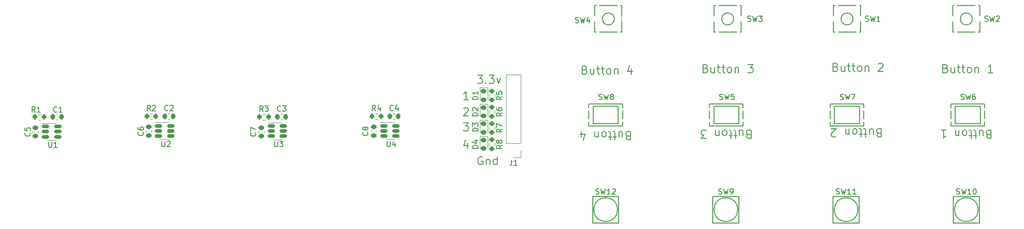
<source format=gto>
%TF.GenerationSoftware,KiCad,Pcbnew,(6.0.2)*%
%TF.CreationDate,2023-03-26T00:57:02-07:00*%
%TF.ProjectId,cap-sensors-1-ch-dome-switches,6361702d-7365-46e7-936f-72732d312d63,rev?*%
%TF.SameCoordinates,Original*%
%TF.FileFunction,Legend,Top*%
%TF.FilePolarity,Positive*%
%FSLAX46Y46*%
G04 Gerber Fmt 4.6, Leading zero omitted, Abs format (unit mm)*
G04 Created by KiCad (PCBNEW (6.0.2)) date 2023-03-26 00:57:02*
%MOMM*%
%LPD*%
G01*
G04 APERTURE LIST*
G04 Aperture macros list*
%AMRoundRect*
0 Rectangle with rounded corners*
0 $1 Rounding radius*
0 $2 $3 $4 $5 $6 $7 $8 $9 X,Y pos of 4 corners*
0 Add a 4 corners polygon primitive as box body*
4,1,4,$2,$3,$4,$5,$6,$7,$8,$9,$2,$3,0*
0 Add four circle primitives for the rounded corners*
1,1,$1+$1,$2,$3*
1,1,$1+$1,$4,$5*
1,1,$1+$1,$6,$7*
1,1,$1+$1,$8,$9*
0 Add four rect primitives between the rounded corners*
20,1,$1+$1,$2,$3,$4,$5,0*
20,1,$1+$1,$4,$5,$6,$7,0*
20,1,$1+$1,$6,$7,$8,$9,0*
20,1,$1+$1,$8,$9,$2,$3,0*%
G04 Aperture macros list end*
%ADD10C,0.150000*%
%ADD11C,0.120000*%
%ADD12R,0.800000X0.600000*%
%ADD13R,1.000000X0.500000*%
%ADD14RoundRect,0.225000X0.225000X0.250000X-0.225000X0.250000X-0.225000X-0.250000X0.225000X-0.250000X0*%
%ADD15RoundRect,0.150000X-0.512500X-0.150000X0.512500X-0.150000X0.512500X0.150000X-0.512500X0.150000X0*%
%ADD16R,0.450000X1.000000*%
%ADD17R,0.600000X1.000000*%
%ADD18RoundRect,0.200000X-0.275000X0.200000X-0.275000X-0.200000X0.275000X-0.200000X0.275000X0.200000X0*%
%ADD19RoundRect,0.200000X0.200000X0.275000X-0.200000X0.275000X-0.200000X-0.275000X0.200000X-0.275000X0*%
%ADD20R,1.700000X1.700000*%
%ADD21O,1.700000X1.700000*%
%ADD22RoundRect,0.218750X-0.256250X0.218750X-0.256250X-0.218750X0.256250X-0.218750X0.256250X0.218750X0*%
%ADD23RoundRect,0.225000X0.250000X-0.225000X0.250000X0.225000X-0.250000X0.225000X-0.250000X-0.225000X0*%
G04 APERTURE END LIST*
D10*
X126178571Y-101642857D02*
X126392857Y-101714285D01*
X126464285Y-101785714D01*
X126535714Y-101928571D01*
X126535714Y-102142857D01*
X126464285Y-102285714D01*
X126392857Y-102357142D01*
X126250000Y-102428571D01*
X125678571Y-102428571D01*
X125678571Y-100928571D01*
X126178571Y-100928571D01*
X126321428Y-101000000D01*
X126392857Y-101071428D01*
X126464285Y-101214285D01*
X126464285Y-101357142D01*
X126392857Y-101500000D01*
X126321428Y-101571428D01*
X126178571Y-101642857D01*
X125678571Y-101642857D01*
X127821428Y-101428571D02*
X127821428Y-102428571D01*
X127178571Y-101428571D02*
X127178571Y-102214285D01*
X127250000Y-102357142D01*
X127392857Y-102428571D01*
X127607142Y-102428571D01*
X127750000Y-102357142D01*
X127821428Y-102285714D01*
X128321428Y-101428571D02*
X128892857Y-101428571D01*
X128535714Y-100928571D02*
X128535714Y-102214285D01*
X128607142Y-102357142D01*
X128750000Y-102428571D01*
X128892857Y-102428571D01*
X129178571Y-101428571D02*
X129750000Y-101428571D01*
X129392857Y-100928571D02*
X129392857Y-102214285D01*
X129464285Y-102357142D01*
X129607142Y-102428571D01*
X129750000Y-102428571D01*
X130464285Y-102428571D02*
X130321428Y-102357142D01*
X130250000Y-102285714D01*
X130178571Y-102142857D01*
X130178571Y-101714285D01*
X130250000Y-101571428D01*
X130321428Y-101500000D01*
X130464285Y-101428571D01*
X130678571Y-101428571D01*
X130821428Y-101500000D01*
X130892857Y-101571428D01*
X130964285Y-101714285D01*
X130964285Y-102142857D01*
X130892857Y-102285714D01*
X130821428Y-102357142D01*
X130678571Y-102428571D01*
X130464285Y-102428571D01*
X131607142Y-101428571D02*
X131607142Y-102428571D01*
X131607142Y-101571428D02*
X131678571Y-101500000D01*
X131821428Y-101428571D01*
X132035714Y-101428571D01*
X132178571Y-101500000D01*
X132250000Y-101642857D01*
X132250000Y-102428571D01*
X134750000Y-101428571D02*
X134750000Y-102428571D01*
X134392857Y-100857142D02*
X134035714Y-101928571D01*
X134964285Y-101928571D01*
X148428571Y-101392857D02*
X148642857Y-101464285D01*
X148714285Y-101535714D01*
X148785714Y-101678571D01*
X148785714Y-101892857D01*
X148714285Y-102035714D01*
X148642857Y-102107142D01*
X148500000Y-102178571D01*
X147928571Y-102178571D01*
X147928571Y-100678571D01*
X148428571Y-100678571D01*
X148571428Y-100750000D01*
X148642857Y-100821428D01*
X148714285Y-100964285D01*
X148714285Y-101107142D01*
X148642857Y-101250000D01*
X148571428Y-101321428D01*
X148428571Y-101392857D01*
X147928571Y-101392857D01*
X150071428Y-101178571D02*
X150071428Y-102178571D01*
X149428571Y-101178571D02*
X149428571Y-101964285D01*
X149500000Y-102107142D01*
X149642857Y-102178571D01*
X149857142Y-102178571D01*
X150000000Y-102107142D01*
X150071428Y-102035714D01*
X150571428Y-101178571D02*
X151142857Y-101178571D01*
X150785714Y-100678571D02*
X150785714Y-101964285D01*
X150857142Y-102107142D01*
X151000000Y-102178571D01*
X151142857Y-102178571D01*
X151428571Y-101178571D02*
X152000000Y-101178571D01*
X151642857Y-100678571D02*
X151642857Y-101964285D01*
X151714285Y-102107142D01*
X151857142Y-102178571D01*
X152000000Y-102178571D01*
X152714285Y-102178571D02*
X152571428Y-102107142D01*
X152500000Y-102035714D01*
X152428571Y-101892857D01*
X152428571Y-101464285D01*
X152500000Y-101321428D01*
X152571428Y-101250000D01*
X152714285Y-101178571D01*
X152928571Y-101178571D01*
X153071428Y-101250000D01*
X153142857Y-101321428D01*
X153214285Y-101464285D01*
X153214285Y-101892857D01*
X153142857Y-102035714D01*
X153071428Y-102107142D01*
X152928571Y-102178571D01*
X152714285Y-102178571D01*
X153857142Y-101178571D02*
X153857142Y-102178571D01*
X153857142Y-101321428D02*
X153928571Y-101250000D01*
X154071428Y-101178571D01*
X154285714Y-101178571D01*
X154428571Y-101250000D01*
X154500000Y-101392857D01*
X154500000Y-102178571D01*
X156214285Y-100678571D02*
X157142857Y-100678571D01*
X156642857Y-101250000D01*
X156857142Y-101250000D01*
X157000000Y-101321428D01*
X157071428Y-101392857D01*
X157142857Y-101535714D01*
X157142857Y-101892857D01*
X157071428Y-102035714D01*
X157000000Y-102107142D01*
X156857142Y-102178571D01*
X156428571Y-102178571D01*
X156285714Y-102107142D01*
X156214285Y-102035714D01*
X192678571Y-101392857D02*
X192892857Y-101464285D01*
X192964285Y-101535714D01*
X193035714Y-101678571D01*
X193035714Y-101892857D01*
X192964285Y-102035714D01*
X192892857Y-102107142D01*
X192750000Y-102178571D01*
X192178571Y-102178571D01*
X192178571Y-100678571D01*
X192678571Y-100678571D01*
X192821428Y-100750000D01*
X192892857Y-100821428D01*
X192964285Y-100964285D01*
X192964285Y-101107142D01*
X192892857Y-101250000D01*
X192821428Y-101321428D01*
X192678571Y-101392857D01*
X192178571Y-101392857D01*
X194321428Y-101178571D02*
X194321428Y-102178571D01*
X193678571Y-101178571D02*
X193678571Y-101964285D01*
X193750000Y-102107142D01*
X193892857Y-102178571D01*
X194107142Y-102178571D01*
X194250000Y-102107142D01*
X194321428Y-102035714D01*
X194821428Y-101178571D02*
X195392857Y-101178571D01*
X195035714Y-100678571D02*
X195035714Y-101964285D01*
X195107142Y-102107142D01*
X195250000Y-102178571D01*
X195392857Y-102178571D01*
X195678571Y-101178571D02*
X196250000Y-101178571D01*
X195892857Y-100678571D02*
X195892857Y-101964285D01*
X195964285Y-102107142D01*
X196107142Y-102178571D01*
X196250000Y-102178571D01*
X196964285Y-102178571D02*
X196821428Y-102107142D01*
X196750000Y-102035714D01*
X196678571Y-101892857D01*
X196678571Y-101464285D01*
X196750000Y-101321428D01*
X196821428Y-101250000D01*
X196964285Y-101178571D01*
X197178571Y-101178571D01*
X197321428Y-101250000D01*
X197392857Y-101321428D01*
X197464285Y-101464285D01*
X197464285Y-101892857D01*
X197392857Y-102035714D01*
X197321428Y-102107142D01*
X197178571Y-102178571D01*
X196964285Y-102178571D01*
X198107142Y-101178571D02*
X198107142Y-102178571D01*
X198107142Y-101321428D02*
X198178571Y-101250000D01*
X198321428Y-101178571D01*
X198535714Y-101178571D01*
X198678571Y-101250000D01*
X198750000Y-101392857D01*
X198750000Y-102178571D01*
X201392857Y-102178571D02*
X200535714Y-102178571D01*
X200964285Y-102178571D02*
X200964285Y-100678571D01*
X200821428Y-100892857D01*
X200678571Y-101035714D01*
X200535714Y-101107142D01*
X172428571Y-101142857D02*
X172642857Y-101214285D01*
X172714285Y-101285714D01*
X172785714Y-101428571D01*
X172785714Y-101642857D01*
X172714285Y-101785714D01*
X172642857Y-101857142D01*
X172500000Y-101928571D01*
X171928571Y-101928571D01*
X171928571Y-100428571D01*
X172428571Y-100428571D01*
X172571428Y-100500000D01*
X172642857Y-100571428D01*
X172714285Y-100714285D01*
X172714285Y-100857142D01*
X172642857Y-101000000D01*
X172571428Y-101071428D01*
X172428571Y-101142857D01*
X171928571Y-101142857D01*
X174071428Y-100928571D02*
X174071428Y-101928571D01*
X173428571Y-100928571D02*
X173428571Y-101714285D01*
X173500000Y-101857142D01*
X173642857Y-101928571D01*
X173857142Y-101928571D01*
X174000000Y-101857142D01*
X174071428Y-101785714D01*
X174571428Y-100928571D02*
X175142857Y-100928571D01*
X174785714Y-100428571D02*
X174785714Y-101714285D01*
X174857142Y-101857142D01*
X175000000Y-101928571D01*
X175142857Y-101928571D01*
X175428571Y-100928571D02*
X176000000Y-100928571D01*
X175642857Y-100428571D02*
X175642857Y-101714285D01*
X175714285Y-101857142D01*
X175857142Y-101928571D01*
X176000000Y-101928571D01*
X176714285Y-101928571D02*
X176571428Y-101857142D01*
X176500000Y-101785714D01*
X176428571Y-101642857D01*
X176428571Y-101214285D01*
X176500000Y-101071428D01*
X176571428Y-101000000D01*
X176714285Y-100928571D01*
X176928571Y-100928571D01*
X177071428Y-101000000D01*
X177142857Y-101071428D01*
X177214285Y-101214285D01*
X177214285Y-101642857D01*
X177142857Y-101785714D01*
X177071428Y-101857142D01*
X176928571Y-101928571D01*
X176714285Y-101928571D01*
X177857142Y-100928571D02*
X177857142Y-101928571D01*
X177857142Y-101071428D02*
X177928571Y-101000000D01*
X178071428Y-100928571D01*
X178285714Y-100928571D01*
X178428571Y-101000000D01*
X178500000Y-101142857D01*
X178500000Y-101928571D01*
X180285714Y-100571428D02*
X180357142Y-100500000D01*
X180500000Y-100428571D01*
X180857142Y-100428571D01*
X181000000Y-100500000D01*
X181071428Y-100571428D01*
X181142857Y-100714285D01*
X181142857Y-100857142D01*
X181071428Y-101071428D01*
X180214285Y-101928571D01*
X181142857Y-101928571D01*
X107285714Y-117750000D02*
X107142857Y-117678571D01*
X106928571Y-117678571D01*
X106714285Y-117750000D01*
X106571428Y-117892857D01*
X106500000Y-118035714D01*
X106428571Y-118321428D01*
X106428571Y-118535714D01*
X106500000Y-118821428D01*
X106571428Y-118964285D01*
X106714285Y-119107142D01*
X106928571Y-119178571D01*
X107071428Y-119178571D01*
X107285714Y-119107142D01*
X107357142Y-119035714D01*
X107357142Y-118535714D01*
X107071428Y-118535714D01*
X108000000Y-118178571D02*
X108000000Y-119178571D01*
X108000000Y-118321428D02*
X108071428Y-118250000D01*
X108214285Y-118178571D01*
X108428571Y-118178571D01*
X108571428Y-118250000D01*
X108642857Y-118392857D01*
X108642857Y-119178571D01*
X110000000Y-119178571D02*
X110000000Y-117678571D01*
X110000000Y-119107142D02*
X109857142Y-119178571D01*
X109571428Y-119178571D01*
X109428571Y-119107142D01*
X109357142Y-119035714D01*
X109285714Y-118892857D01*
X109285714Y-118464285D01*
X109357142Y-118321428D01*
X109428571Y-118250000D01*
X109571428Y-118178571D01*
X109857142Y-118178571D01*
X110000000Y-118250000D01*
X106357142Y-102678571D02*
X107285714Y-102678571D01*
X106785714Y-103250000D01*
X107000000Y-103250000D01*
X107142857Y-103321428D01*
X107214285Y-103392857D01*
X107285714Y-103535714D01*
X107285714Y-103892857D01*
X107214285Y-104035714D01*
X107142857Y-104107142D01*
X107000000Y-104178571D01*
X106571428Y-104178571D01*
X106428571Y-104107142D01*
X106357142Y-104035714D01*
X107928571Y-104035714D02*
X108000000Y-104107142D01*
X107928571Y-104178571D01*
X107857142Y-104107142D01*
X107928571Y-104035714D01*
X107928571Y-104178571D01*
X108500000Y-102678571D02*
X109428571Y-102678571D01*
X108928571Y-103250000D01*
X109142857Y-103250000D01*
X109285714Y-103321428D01*
X109357142Y-103392857D01*
X109428571Y-103535714D01*
X109428571Y-103892857D01*
X109357142Y-104035714D01*
X109285714Y-104107142D01*
X109142857Y-104178571D01*
X108714285Y-104178571D01*
X108571428Y-104107142D01*
X108500000Y-104035714D01*
X109928571Y-103178571D02*
X110285714Y-104178571D01*
X110642857Y-103178571D01*
X134071428Y-113857142D02*
X133857142Y-113785714D01*
X133785714Y-113714285D01*
X133714285Y-113571428D01*
X133714285Y-113357142D01*
X133785714Y-113214285D01*
X133857142Y-113142857D01*
X134000000Y-113071428D01*
X134571428Y-113071428D01*
X134571428Y-114571428D01*
X134071428Y-114571428D01*
X133928571Y-114500000D01*
X133857142Y-114428571D01*
X133785714Y-114285714D01*
X133785714Y-114142857D01*
X133857142Y-114000000D01*
X133928571Y-113928571D01*
X134071428Y-113857142D01*
X134571428Y-113857142D01*
X132428571Y-114071428D02*
X132428571Y-113071428D01*
X133071428Y-114071428D02*
X133071428Y-113285714D01*
X133000000Y-113142857D01*
X132857142Y-113071428D01*
X132642857Y-113071428D01*
X132500000Y-113142857D01*
X132428571Y-113214285D01*
X131928571Y-114071428D02*
X131357142Y-114071428D01*
X131714285Y-114571428D02*
X131714285Y-113285714D01*
X131642857Y-113142857D01*
X131500000Y-113071428D01*
X131357142Y-113071428D01*
X131071428Y-114071428D02*
X130500000Y-114071428D01*
X130857142Y-114571428D02*
X130857142Y-113285714D01*
X130785714Y-113142857D01*
X130642857Y-113071428D01*
X130500000Y-113071428D01*
X129785714Y-113071428D02*
X129928571Y-113142857D01*
X130000000Y-113214285D01*
X130071428Y-113357142D01*
X130071428Y-113785714D01*
X130000000Y-113928571D01*
X129928571Y-114000000D01*
X129785714Y-114071428D01*
X129571428Y-114071428D01*
X129428571Y-114000000D01*
X129357142Y-113928571D01*
X129285714Y-113785714D01*
X129285714Y-113357142D01*
X129357142Y-113214285D01*
X129428571Y-113142857D01*
X129571428Y-113071428D01*
X129785714Y-113071428D01*
X128642857Y-114071428D02*
X128642857Y-113071428D01*
X128642857Y-113928571D02*
X128571428Y-114000000D01*
X128428571Y-114071428D01*
X128214285Y-114071428D01*
X128071428Y-114000000D01*
X128000000Y-113857142D01*
X128000000Y-113071428D01*
X125500000Y-114071428D02*
X125500000Y-113071428D01*
X125857142Y-114642857D02*
X126214285Y-113571428D01*
X125285714Y-113571428D01*
X156321428Y-113607142D02*
X156107142Y-113535714D01*
X156035714Y-113464285D01*
X155964285Y-113321428D01*
X155964285Y-113107142D01*
X156035714Y-112964285D01*
X156107142Y-112892857D01*
X156250000Y-112821428D01*
X156821428Y-112821428D01*
X156821428Y-114321428D01*
X156321428Y-114321428D01*
X156178571Y-114250000D01*
X156107142Y-114178571D01*
X156035714Y-114035714D01*
X156035714Y-113892857D01*
X156107142Y-113750000D01*
X156178571Y-113678571D01*
X156321428Y-113607142D01*
X156821428Y-113607142D01*
X154678571Y-113821428D02*
X154678571Y-112821428D01*
X155321428Y-113821428D02*
X155321428Y-113035714D01*
X155250000Y-112892857D01*
X155107142Y-112821428D01*
X154892857Y-112821428D01*
X154750000Y-112892857D01*
X154678571Y-112964285D01*
X154178571Y-113821428D02*
X153607142Y-113821428D01*
X153964285Y-114321428D02*
X153964285Y-113035714D01*
X153892857Y-112892857D01*
X153750000Y-112821428D01*
X153607142Y-112821428D01*
X153321428Y-113821428D02*
X152750000Y-113821428D01*
X153107142Y-114321428D02*
X153107142Y-113035714D01*
X153035714Y-112892857D01*
X152892857Y-112821428D01*
X152750000Y-112821428D01*
X152035714Y-112821428D02*
X152178571Y-112892857D01*
X152250000Y-112964285D01*
X152321428Y-113107142D01*
X152321428Y-113535714D01*
X152250000Y-113678571D01*
X152178571Y-113750000D01*
X152035714Y-113821428D01*
X151821428Y-113821428D01*
X151678571Y-113750000D01*
X151607142Y-113678571D01*
X151535714Y-113535714D01*
X151535714Y-113107142D01*
X151607142Y-112964285D01*
X151678571Y-112892857D01*
X151821428Y-112821428D01*
X152035714Y-112821428D01*
X150892857Y-113821428D02*
X150892857Y-112821428D01*
X150892857Y-113678571D02*
X150821428Y-113750000D01*
X150678571Y-113821428D01*
X150464285Y-113821428D01*
X150321428Y-113750000D01*
X150250000Y-113607142D01*
X150250000Y-112821428D01*
X148535714Y-114321428D02*
X147607142Y-114321428D01*
X148107142Y-113750000D01*
X147892857Y-113750000D01*
X147750000Y-113678571D01*
X147678571Y-113607142D01*
X147607142Y-113464285D01*
X147607142Y-113107142D01*
X147678571Y-112964285D01*
X147750000Y-112892857D01*
X147892857Y-112821428D01*
X148321428Y-112821428D01*
X148464285Y-112892857D01*
X148535714Y-112964285D01*
X180321428Y-113357142D02*
X180107142Y-113285714D01*
X180035714Y-113214285D01*
X179964285Y-113071428D01*
X179964285Y-112857142D01*
X180035714Y-112714285D01*
X180107142Y-112642857D01*
X180250000Y-112571428D01*
X180821428Y-112571428D01*
X180821428Y-114071428D01*
X180321428Y-114071428D01*
X180178571Y-114000000D01*
X180107142Y-113928571D01*
X180035714Y-113785714D01*
X180035714Y-113642857D01*
X180107142Y-113500000D01*
X180178571Y-113428571D01*
X180321428Y-113357142D01*
X180821428Y-113357142D01*
X178678571Y-113571428D02*
X178678571Y-112571428D01*
X179321428Y-113571428D02*
X179321428Y-112785714D01*
X179250000Y-112642857D01*
X179107142Y-112571428D01*
X178892857Y-112571428D01*
X178750000Y-112642857D01*
X178678571Y-112714285D01*
X178178571Y-113571428D02*
X177607142Y-113571428D01*
X177964285Y-114071428D02*
X177964285Y-112785714D01*
X177892857Y-112642857D01*
X177750000Y-112571428D01*
X177607142Y-112571428D01*
X177321428Y-113571428D02*
X176750000Y-113571428D01*
X177107142Y-114071428D02*
X177107142Y-112785714D01*
X177035714Y-112642857D01*
X176892857Y-112571428D01*
X176750000Y-112571428D01*
X176035714Y-112571428D02*
X176178571Y-112642857D01*
X176250000Y-112714285D01*
X176321428Y-112857142D01*
X176321428Y-113285714D01*
X176250000Y-113428571D01*
X176178571Y-113500000D01*
X176035714Y-113571428D01*
X175821428Y-113571428D01*
X175678571Y-113500000D01*
X175607142Y-113428571D01*
X175535714Y-113285714D01*
X175535714Y-112857142D01*
X175607142Y-112714285D01*
X175678571Y-112642857D01*
X175821428Y-112571428D01*
X176035714Y-112571428D01*
X174892857Y-113571428D02*
X174892857Y-112571428D01*
X174892857Y-113428571D02*
X174821428Y-113500000D01*
X174678571Y-113571428D01*
X174464285Y-113571428D01*
X174321428Y-113500000D01*
X174250000Y-113357142D01*
X174250000Y-112571428D01*
X172464285Y-113928571D02*
X172392857Y-114000000D01*
X172250000Y-114071428D01*
X171892857Y-114071428D01*
X171750000Y-114000000D01*
X171678571Y-113928571D01*
X171607142Y-113785714D01*
X171607142Y-113642857D01*
X171678571Y-113428571D01*
X172535714Y-112571428D01*
X171607142Y-112571428D01*
X200571428Y-113607142D02*
X200357142Y-113535714D01*
X200285714Y-113464285D01*
X200214285Y-113321428D01*
X200214285Y-113107142D01*
X200285714Y-112964285D01*
X200357142Y-112892857D01*
X200500000Y-112821428D01*
X201071428Y-112821428D01*
X201071428Y-114321428D01*
X200571428Y-114321428D01*
X200428571Y-114250000D01*
X200357142Y-114178571D01*
X200285714Y-114035714D01*
X200285714Y-113892857D01*
X200357142Y-113750000D01*
X200428571Y-113678571D01*
X200571428Y-113607142D01*
X201071428Y-113607142D01*
X198928571Y-113821428D02*
X198928571Y-112821428D01*
X199571428Y-113821428D02*
X199571428Y-113035714D01*
X199500000Y-112892857D01*
X199357142Y-112821428D01*
X199142857Y-112821428D01*
X199000000Y-112892857D01*
X198928571Y-112964285D01*
X198428571Y-113821428D02*
X197857142Y-113821428D01*
X198214285Y-114321428D02*
X198214285Y-113035714D01*
X198142857Y-112892857D01*
X198000000Y-112821428D01*
X197857142Y-112821428D01*
X197571428Y-113821428D02*
X197000000Y-113821428D01*
X197357142Y-114321428D02*
X197357142Y-113035714D01*
X197285714Y-112892857D01*
X197142857Y-112821428D01*
X197000000Y-112821428D01*
X196285714Y-112821428D02*
X196428571Y-112892857D01*
X196500000Y-112964285D01*
X196571428Y-113107142D01*
X196571428Y-113535714D01*
X196500000Y-113678571D01*
X196428571Y-113750000D01*
X196285714Y-113821428D01*
X196071428Y-113821428D01*
X195928571Y-113750000D01*
X195857142Y-113678571D01*
X195785714Y-113535714D01*
X195785714Y-113107142D01*
X195857142Y-112964285D01*
X195928571Y-112892857D01*
X196071428Y-112821428D01*
X196285714Y-112821428D01*
X195142857Y-113821428D02*
X195142857Y-112821428D01*
X195142857Y-113678571D02*
X195071428Y-113750000D01*
X194928571Y-113821428D01*
X194714285Y-113821428D01*
X194571428Y-113750000D01*
X194500000Y-113607142D01*
X194500000Y-112821428D01*
X191857142Y-112821428D02*
X192714285Y-112821428D01*
X192285714Y-112821428D02*
X192285714Y-114321428D01*
X192428571Y-114107142D01*
X192571428Y-113964285D01*
X192714285Y-113892857D01*
X104535714Y-115178571D02*
X104535714Y-116178571D01*
X104178571Y-114607142D02*
X103821428Y-115678571D01*
X104750000Y-115678571D01*
X103750000Y-111428571D02*
X104678571Y-111428571D01*
X104178571Y-112000000D01*
X104392857Y-112000000D01*
X104535714Y-112071428D01*
X104607142Y-112142857D01*
X104678571Y-112285714D01*
X104678571Y-112642857D01*
X104607142Y-112785714D01*
X104535714Y-112857142D01*
X104392857Y-112928571D01*
X103964285Y-112928571D01*
X103821428Y-112857142D01*
X103750000Y-112785714D01*
X103821428Y-108821428D02*
X103892857Y-108750000D01*
X104035714Y-108678571D01*
X104392857Y-108678571D01*
X104535714Y-108750000D01*
X104607142Y-108821428D01*
X104678571Y-108964285D01*
X104678571Y-109107142D01*
X104607142Y-109321428D01*
X103750000Y-110178571D01*
X104678571Y-110178571D01*
X104678571Y-107178571D02*
X103821428Y-107178571D01*
X104250000Y-107178571D02*
X104250000Y-105678571D01*
X104107142Y-105892857D01*
X103964285Y-106035714D01*
X103821428Y-106107142D01*
%TO.C,SW8*%
X128766666Y-107104761D02*
X128909523Y-107152380D01*
X129147619Y-107152380D01*
X129242857Y-107104761D01*
X129290476Y-107057142D01*
X129338095Y-106961904D01*
X129338095Y-106866666D01*
X129290476Y-106771428D01*
X129242857Y-106723809D01*
X129147619Y-106676190D01*
X128957142Y-106628571D01*
X128861904Y-106580952D01*
X128814285Y-106533333D01*
X128766666Y-106438095D01*
X128766666Y-106342857D01*
X128814285Y-106247619D01*
X128861904Y-106200000D01*
X128957142Y-106152380D01*
X129195238Y-106152380D01*
X129338095Y-106200000D01*
X129671428Y-106152380D02*
X129909523Y-107152380D01*
X130100000Y-106438095D01*
X130290476Y-107152380D01*
X130528571Y-106152380D01*
X131052380Y-106580952D02*
X130957142Y-106533333D01*
X130909523Y-106485714D01*
X130861904Y-106390476D01*
X130861904Y-106342857D01*
X130909523Y-106247619D01*
X130957142Y-106200000D01*
X131052380Y-106152380D01*
X131242857Y-106152380D01*
X131338095Y-106200000D01*
X131385714Y-106247619D01*
X131433333Y-106342857D01*
X131433333Y-106390476D01*
X131385714Y-106485714D01*
X131338095Y-106533333D01*
X131242857Y-106580952D01*
X131052380Y-106580952D01*
X130957142Y-106628571D01*
X130909523Y-106676190D01*
X130861904Y-106771428D01*
X130861904Y-106961904D01*
X130909523Y-107057142D01*
X130957142Y-107104761D01*
X131052380Y-107152380D01*
X131242857Y-107152380D01*
X131338095Y-107104761D01*
X131385714Y-107057142D01*
X131433333Y-106961904D01*
X131433333Y-106771428D01*
X131385714Y-106676190D01*
X131338095Y-106628571D01*
X131242857Y-106580952D01*
%TO.C,SW7*%
X173266666Y-107104761D02*
X173409523Y-107152380D01*
X173647619Y-107152380D01*
X173742857Y-107104761D01*
X173790476Y-107057142D01*
X173838095Y-106961904D01*
X173838095Y-106866666D01*
X173790476Y-106771428D01*
X173742857Y-106723809D01*
X173647619Y-106676190D01*
X173457142Y-106628571D01*
X173361904Y-106580952D01*
X173314285Y-106533333D01*
X173266666Y-106438095D01*
X173266666Y-106342857D01*
X173314285Y-106247619D01*
X173361904Y-106200000D01*
X173457142Y-106152380D01*
X173695238Y-106152380D01*
X173838095Y-106200000D01*
X174171428Y-106152380D02*
X174409523Y-107152380D01*
X174600000Y-106438095D01*
X174790476Y-107152380D01*
X175028571Y-106152380D01*
X175314285Y-106152380D02*
X175980952Y-106152380D01*
X175552380Y-107152380D01*
%TO.C,SW6*%
X195516666Y-107104761D02*
X195659523Y-107152380D01*
X195897619Y-107152380D01*
X195992857Y-107104761D01*
X196040476Y-107057142D01*
X196088095Y-106961904D01*
X196088095Y-106866666D01*
X196040476Y-106771428D01*
X195992857Y-106723809D01*
X195897619Y-106676190D01*
X195707142Y-106628571D01*
X195611904Y-106580952D01*
X195564285Y-106533333D01*
X195516666Y-106438095D01*
X195516666Y-106342857D01*
X195564285Y-106247619D01*
X195611904Y-106200000D01*
X195707142Y-106152380D01*
X195945238Y-106152380D01*
X196088095Y-106200000D01*
X196421428Y-106152380D02*
X196659523Y-107152380D01*
X196850000Y-106438095D01*
X197040476Y-107152380D01*
X197278571Y-106152380D01*
X198088095Y-106152380D02*
X197897619Y-106152380D01*
X197802380Y-106200000D01*
X197754761Y-106247619D01*
X197659523Y-106390476D01*
X197611904Y-106580952D01*
X197611904Y-106961904D01*
X197659523Y-107057142D01*
X197707142Y-107104761D01*
X197802380Y-107152380D01*
X197992857Y-107152380D01*
X198088095Y-107104761D01*
X198135714Y-107057142D01*
X198183333Y-106961904D01*
X198183333Y-106723809D01*
X198135714Y-106628571D01*
X198088095Y-106580952D01*
X197992857Y-106533333D01*
X197802380Y-106533333D01*
X197707142Y-106580952D01*
X197659523Y-106628571D01*
X197611904Y-106723809D01*
%TO.C,SW5*%
X151016666Y-107104761D02*
X151159523Y-107152380D01*
X151397619Y-107152380D01*
X151492857Y-107104761D01*
X151540476Y-107057142D01*
X151588095Y-106961904D01*
X151588095Y-106866666D01*
X151540476Y-106771428D01*
X151492857Y-106723809D01*
X151397619Y-106676190D01*
X151207142Y-106628571D01*
X151111904Y-106580952D01*
X151064285Y-106533333D01*
X151016666Y-106438095D01*
X151016666Y-106342857D01*
X151064285Y-106247619D01*
X151111904Y-106200000D01*
X151207142Y-106152380D01*
X151445238Y-106152380D01*
X151588095Y-106200000D01*
X151921428Y-106152380D02*
X152159523Y-107152380D01*
X152350000Y-106438095D01*
X152540476Y-107152380D01*
X152778571Y-106152380D01*
X153635714Y-106152380D02*
X153159523Y-106152380D01*
X153111904Y-106628571D01*
X153159523Y-106580952D01*
X153254761Y-106533333D01*
X153492857Y-106533333D01*
X153588095Y-106580952D01*
X153635714Y-106628571D01*
X153683333Y-106723809D01*
X153683333Y-106961904D01*
X153635714Y-107057142D01*
X153588095Y-107104761D01*
X153492857Y-107152380D01*
X153254761Y-107152380D01*
X153159523Y-107104761D01*
X153111904Y-107057142D01*
%TO.C,SW12*%
X128190476Y-124604761D02*
X128333333Y-124652380D01*
X128571428Y-124652380D01*
X128666666Y-124604761D01*
X128714285Y-124557142D01*
X128761904Y-124461904D01*
X128761904Y-124366666D01*
X128714285Y-124271428D01*
X128666666Y-124223809D01*
X128571428Y-124176190D01*
X128380952Y-124128571D01*
X128285714Y-124080952D01*
X128238095Y-124033333D01*
X128190476Y-123938095D01*
X128190476Y-123842857D01*
X128238095Y-123747619D01*
X128285714Y-123700000D01*
X128380952Y-123652380D01*
X128619047Y-123652380D01*
X128761904Y-123700000D01*
X129095238Y-123652380D02*
X129333333Y-124652380D01*
X129523809Y-123938095D01*
X129714285Y-124652380D01*
X129952380Y-123652380D01*
X130857142Y-124652380D02*
X130285714Y-124652380D01*
X130571428Y-124652380D02*
X130571428Y-123652380D01*
X130476190Y-123795238D01*
X130380952Y-123890476D01*
X130285714Y-123938095D01*
X131238095Y-123747619D02*
X131285714Y-123700000D01*
X131380952Y-123652380D01*
X131619047Y-123652380D01*
X131714285Y-123700000D01*
X131761904Y-123747619D01*
X131809523Y-123842857D01*
X131809523Y-123938095D01*
X131761904Y-124080952D01*
X131190476Y-124652380D01*
X131809523Y-124652380D01*
%TO.C,SW11*%
X172523809Y-124604761D02*
X172666666Y-124652380D01*
X172904761Y-124652380D01*
X172999999Y-124604761D01*
X173047618Y-124557142D01*
X173095237Y-124461904D01*
X173095237Y-124366666D01*
X173047618Y-124271428D01*
X172999999Y-124223809D01*
X172904761Y-124176190D01*
X172714285Y-124128571D01*
X172619047Y-124080952D01*
X172571428Y-124033333D01*
X172523809Y-123938095D01*
X172523809Y-123842857D01*
X172571428Y-123747619D01*
X172619047Y-123700000D01*
X172714285Y-123652380D01*
X172952380Y-123652380D01*
X173095237Y-123700000D01*
X173428571Y-123652380D02*
X173666666Y-124652380D01*
X173857142Y-123938095D01*
X174047618Y-124652380D01*
X174285713Y-123652380D01*
X175190475Y-124652380D02*
X174619047Y-124652380D01*
X174904761Y-124652380D02*
X174904761Y-123652380D01*
X174809523Y-123795238D01*
X174714285Y-123890476D01*
X174619047Y-123938095D01*
X176142856Y-124652380D02*
X175571428Y-124652380D01*
X175857142Y-124652380D02*
X175857142Y-123652380D01*
X175761904Y-123795238D01*
X175666666Y-123890476D01*
X175571428Y-123938095D01*
%TO.C,SW10*%
X194690476Y-124604761D02*
X194833333Y-124652380D01*
X195071428Y-124652380D01*
X195166666Y-124604761D01*
X195214285Y-124557142D01*
X195261904Y-124461904D01*
X195261904Y-124366666D01*
X195214285Y-124271428D01*
X195166666Y-124223809D01*
X195071428Y-124176190D01*
X194880952Y-124128571D01*
X194785714Y-124080952D01*
X194738095Y-124033333D01*
X194690476Y-123938095D01*
X194690476Y-123842857D01*
X194738095Y-123747619D01*
X194785714Y-123700000D01*
X194880952Y-123652380D01*
X195119047Y-123652380D01*
X195261904Y-123700000D01*
X195595238Y-123652380D02*
X195833333Y-124652380D01*
X196023809Y-123938095D01*
X196214285Y-124652380D01*
X196452380Y-123652380D01*
X197357142Y-124652380D02*
X196785714Y-124652380D01*
X197071428Y-124652380D02*
X197071428Y-123652380D01*
X196976190Y-123795238D01*
X196880952Y-123890476D01*
X196785714Y-123938095D01*
X197976190Y-123652380D02*
X198071428Y-123652380D01*
X198166666Y-123700000D01*
X198214285Y-123747619D01*
X198261904Y-123842857D01*
X198309523Y-124033333D01*
X198309523Y-124271428D01*
X198261904Y-124461904D01*
X198214285Y-124557142D01*
X198166666Y-124604761D01*
X198071428Y-124652380D01*
X197976190Y-124652380D01*
X197880952Y-124604761D01*
X197833333Y-124557142D01*
X197785714Y-124461904D01*
X197738095Y-124271428D01*
X197738095Y-124033333D01*
X197785714Y-123842857D01*
X197833333Y-123747619D01*
X197880952Y-123700000D01*
X197976190Y-123652380D01*
%TO.C,SW9*%
X150833332Y-124604761D02*
X150976189Y-124652380D01*
X151214285Y-124652380D01*
X151309523Y-124604761D01*
X151357142Y-124557142D01*
X151404761Y-124461904D01*
X151404761Y-124366666D01*
X151357142Y-124271428D01*
X151309523Y-124223809D01*
X151214285Y-124176190D01*
X151023808Y-124128571D01*
X150928570Y-124080952D01*
X150880951Y-124033333D01*
X150833332Y-123938095D01*
X150833332Y-123842857D01*
X150880951Y-123747619D01*
X150928570Y-123700000D01*
X151023808Y-123652380D01*
X151261904Y-123652380D01*
X151404761Y-123700000D01*
X151738094Y-123652380D02*
X151976189Y-124652380D01*
X152166666Y-123938095D01*
X152357142Y-124652380D01*
X152595237Y-123652380D01*
X153023808Y-124652380D02*
X153214285Y-124652380D01*
X153309523Y-124604761D01*
X153357142Y-124557142D01*
X153452380Y-124414285D01*
X153499999Y-124223809D01*
X153499999Y-123842857D01*
X153452380Y-123747619D01*
X153404761Y-123700000D01*
X153309523Y-123652380D01*
X153119046Y-123652380D01*
X153023808Y-123700000D01*
X152976189Y-123747619D01*
X152928570Y-123842857D01*
X152928570Y-124080952D01*
X152976189Y-124176190D01*
X153023808Y-124223809D01*
X153119046Y-124271428D01*
X153309523Y-124271428D01*
X153404761Y-124223809D01*
X153452380Y-124176190D01*
X153499999Y-124080952D01*
%TO.C,C1*%
X28808333Y-109382622D02*
X28760714Y-109430241D01*
X28617857Y-109477860D01*
X28522619Y-109477860D01*
X28379761Y-109430241D01*
X28284523Y-109335003D01*
X28236904Y-109239765D01*
X28189285Y-109049289D01*
X28189285Y-108906432D01*
X28236904Y-108715956D01*
X28284523Y-108620718D01*
X28379761Y-108525480D01*
X28522619Y-108477860D01*
X28617857Y-108477860D01*
X28760714Y-108525480D01*
X28808333Y-108573099D01*
X29760714Y-109477860D02*
X29189285Y-109477860D01*
X29475000Y-109477860D02*
X29475000Y-108477860D01*
X29379761Y-108620718D01*
X29284523Y-108715956D01*
X29189285Y-108763575D01*
%TO.C,U4*%
X89688095Y-114852380D02*
X89688095Y-115661904D01*
X89735714Y-115757142D01*
X89783333Y-115804761D01*
X89878571Y-115852380D01*
X90069047Y-115852380D01*
X90164285Y-115804761D01*
X90211904Y-115757142D01*
X90259523Y-115661904D01*
X90259523Y-114852380D01*
X91164285Y-115185714D02*
X91164285Y-115852380D01*
X90926190Y-114804761D02*
X90688095Y-115519047D01*
X91307142Y-115519047D01*
%TO.C,U3*%
X68938095Y-114877380D02*
X68938095Y-115686904D01*
X68985714Y-115782142D01*
X69033333Y-115829761D01*
X69128571Y-115877380D01*
X69319047Y-115877380D01*
X69414285Y-115829761D01*
X69461904Y-115782142D01*
X69509523Y-115686904D01*
X69509523Y-114877380D01*
X69890476Y-114877380D02*
X70509523Y-114877380D01*
X70176190Y-115258333D01*
X70319047Y-115258333D01*
X70414285Y-115305952D01*
X70461904Y-115353571D01*
X70509523Y-115448809D01*
X70509523Y-115686904D01*
X70461904Y-115782142D01*
X70414285Y-115829761D01*
X70319047Y-115877380D01*
X70033333Y-115877380D01*
X69938095Y-115829761D01*
X69890476Y-115782142D01*
%TO.C,U2*%
X48163095Y-114852380D02*
X48163095Y-115661904D01*
X48210714Y-115757142D01*
X48258333Y-115804761D01*
X48353571Y-115852380D01*
X48544047Y-115852380D01*
X48639285Y-115804761D01*
X48686904Y-115757142D01*
X48734523Y-115661904D01*
X48734523Y-114852380D01*
X49163095Y-114947619D02*
X49210714Y-114900000D01*
X49305952Y-114852380D01*
X49544047Y-114852380D01*
X49639285Y-114900000D01*
X49686904Y-114947619D01*
X49734523Y-115042857D01*
X49734523Y-115138095D01*
X49686904Y-115280952D01*
X49115476Y-115852380D01*
X49734523Y-115852380D01*
%TO.C,U1*%
X27313095Y-114977860D02*
X27313095Y-115787384D01*
X27360714Y-115882622D01*
X27408333Y-115930241D01*
X27503571Y-115977860D01*
X27694047Y-115977860D01*
X27789285Y-115930241D01*
X27836904Y-115882622D01*
X27884523Y-115787384D01*
X27884523Y-114977860D01*
X28884523Y-115977860D02*
X28313095Y-115977860D01*
X28598809Y-115977860D02*
X28598809Y-114977860D01*
X28503571Y-115120718D01*
X28408333Y-115215956D01*
X28313095Y-115263575D01*
%TO.C,SW4*%
X124416666Y-92904761D02*
X124559523Y-92952380D01*
X124797619Y-92952380D01*
X124892857Y-92904761D01*
X124940476Y-92857142D01*
X124988095Y-92761904D01*
X124988095Y-92666666D01*
X124940476Y-92571428D01*
X124892857Y-92523809D01*
X124797619Y-92476190D01*
X124607142Y-92428571D01*
X124511904Y-92380952D01*
X124464285Y-92333333D01*
X124416666Y-92238095D01*
X124416666Y-92142857D01*
X124464285Y-92047619D01*
X124511904Y-92000000D01*
X124607142Y-91952380D01*
X124845238Y-91952380D01*
X124988095Y-92000000D01*
X125321428Y-91952380D02*
X125559523Y-92952380D01*
X125750000Y-92238095D01*
X125940476Y-92952380D01*
X126178571Y-91952380D01*
X126988095Y-92285714D02*
X126988095Y-92952380D01*
X126750000Y-91904761D02*
X126511904Y-92619047D01*
X127130952Y-92619047D01*
%TO.C,SW3*%
X156166666Y-92654761D02*
X156309523Y-92702380D01*
X156547619Y-92702380D01*
X156642857Y-92654761D01*
X156690476Y-92607142D01*
X156738095Y-92511904D01*
X156738095Y-92416666D01*
X156690476Y-92321428D01*
X156642857Y-92273809D01*
X156547619Y-92226190D01*
X156357142Y-92178571D01*
X156261904Y-92130952D01*
X156214285Y-92083333D01*
X156166666Y-91988095D01*
X156166666Y-91892857D01*
X156214285Y-91797619D01*
X156261904Y-91750000D01*
X156357142Y-91702380D01*
X156595238Y-91702380D01*
X156738095Y-91750000D01*
X157071428Y-91702380D02*
X157309523Y-92702380D01*
X157500000Y-91988095D01*
X157690476Y-92702380D01*
X157928571Y-91702380D01*
X158214285Y-91702380D02*
X158833333Y-91702380D01*
X158500000Y-92083333D01*
X158642857Y-92083333D01*
X158738095Y-92130952D01*
X158785714Y-92178571D01*
X158833333Y-92273809D01*
X158833333Y-92511904D01*
X158785714Y-92607142D01*
X158738095Y-92654761D01*
X158642857Y-92702380D01*
X158357142Y-92702380D01*
X158261904Y-92654761D01*
X158214285Y-92607142D01*
%TO.C,SW2*%
X199916666Y-92654761D02*
X200059523Y-92702380D01*
X200297619Y-92702380D01*
X200392857Y-92654761D01*
X200440476Y-92607142D01*
X200488095Y-92511904D01*
X200488095Y-92416666D01*
X200440476Y-92321428D01*
X200392857Y-92273809D01*
X200297619Y-92226190D01*
X200107142Y-92178571D01*
X200011904Y-92130952D01*
X199964285Y-92083333D01*
X199916666Y-91988095D01*
X199916666Y-91892857D01*
X199964285Y-91797619D01*
X200011904Y-91750000D01*
X200107142Y-91702380D01*
X200345238Y-91702380D01*
X200488095Y-91750000D01*
X200821428Y-91702380D02*
X201059523Y-92702380D01*
X201250000Y-91988095D01*
X201440476Y-92702380D01*
X201678571Y-91702380D01*
X202011904Y-91797619D02*
X202059523Y-91750000D01*
X202154761Y-91702380D01*
X202392857Y-91702380D01*
X202488095Y-91750000D01*
X202535714Y-91797619D01*
X202583333Y-91892857D01*
X202583333Y-91988095D01*
X202535714Y-92130952D01*
X201964285Y-92702380D01*
X202583333Y-92702380D01*
%TO.C,SW1*%
X177916666Y-92654761D02*
X178059523Y-92702380D01*
X178297619Y-92702380D01*
X178392857Y-92654761D01*
X178440476Y-92607142D01*
X178488095Y-92511904D01*
X178488095Y-92416666D01*
X178440476Y-92321428D01*
X178392857Y-92273809D01*
X178297619Y-92226190D01*
X178107142Y-92178571D01*
X178011904Y-92130952D01*
X177964285Y-92083333D01*
X177916666Y-91988095D01*
X177916666Y-91892857D01*
X177964285Y-91797619D01*
X178011904Y-91750000D01*
X178107142Y-91702380D01*
X178345238Y-91702380D01*
X178488095Y-91750000D01*
X178821428Y-91702380D02*
X179059523Y-92702380D01*
X179250000Y-91988095D01*
X179440476Y-92702380D01*
X179678571Y-91702380D01*
X180583333Y-92702380D02*
X180011904Y-92702380D01*
X180297619Y-92702380D02*
X180297619Y-91702380D01*
X180202380Y-91845238D01*
X180107142Y-91940476D01*
X180011904Y-91988095D01*
%TO.C,R8*%
X110882380Y-115591666D02*
X110406190Y-115925000D01*
X110882380Y-116163095D02*
X109882380Y-116163095D01*
X109882380Y-115782142D01*
X109930000Y-115686904D01*
X109977619Y-115639285D01*
X110072857Y-115591666D01*
X110215714Y-115591666D01*
X110310952Y-115639285D01*
X110358571Y-115686904D01*
X110406190Y-115782142D01*
X110406190Y-116163095D01*
X110310952Y-115020238D02*
X110263333Y-115115476D01*
X110215714Y-115163095D01*
X110120476Y-115210714D01*
X110072857Y-115210714D01*
X109977619Y-115163095D01*
X109930000Y-115115476D01*
X109882380Y-115020238D01*
X109882380Y-114829761D01*
X109930000Y-114734523D01*
X109977619Y-114686904D01*
X110072857Y-114639285D01*
X110120476Y-114639285D01*
X110215714Y-114686904D01*
X110263333Y-114734523D01*
X110310952Y-114829761D01*
X110310952Y-115020238D01*
X110358571Y-115115476D01*
X110406190Y-115163095D01*
X110501428Y-115210714D01*
X110691904Y-115210714D01*
X110787142Y-115163095D01*
X110834761Y-115115476D01*
X110882380Y-115020238D01*
X110882380Y-114829761D01*
X110834761Y-114734523D01*
X110787142Y-114686904D01*
X110691904Y-114639285D01*
X110501428Y-114639285D01*
X110406190Y-114686904D01*
X110358571Y-114734523D01*
X110310952Y-114829761D01*
%TO.C,R7*%
X110882380Y-112591666D02*
X110406190Y-112925000D01*
X110882380Y-113163095D02*
X109882380Y-113163095D01*
X109882380Y-112782142D01*
X109930000Y-112686904D01*
X109977619Y-112639285D01*
X110072857Y-112591666D01*
X110215714Y-112591666D01*
X110310952Y-112639285D01*
X110358571Y-112686904D01*
X110406190Y-112782142D01*
X110406190Y-113163095D01*
X109882380Y-112258333D02*
X109882380Y-111591666D01*
X110882380Y-112020238D01*
%TO.C,R6*%
X110882380Y-109591666D02*
X110406190Y-109925000D01*
X110882380Y-110163095D02*
X109882380Y-110163095D01*
X109882380Y-109782142D01*
X109930000Y-109686904D01*
X109977619Y-109639285D01*
X110072857Y-109591666D01*
X110215714Y-109591666D01*
X110310952Y-109639285D01*
X110358571Y-109686904D01*
X110406190Y-109782142D01*
X110406190Y-110163095D01*
X109882380Y-108734523D02*
X109882380Y-108925000D01*
X109930000Y-109020238D01*
X109977619Y-109067857D01*
X110120476Y-109163095D01*
X110310952Y-109210714D01*
X110691904Y-109210714D01*
X110787142Y-109163095D01*
X110834761Y-109115476D01*
X110882380Y-109020238D01*
X110882380Y-108829761D01*
X110834761Y-108734523D01*
X110787142Y-108686904D01*
X110691904Y-108639285D01*
X110453809Y-108639285D01*
X110358571Y-108686904D01*
X110310952Y-108734523D01*
X110263333Y-108829761D01*
X110263333Y-109020238D01*
X110310952Y-109115476D01*
X110358571Y-109163095D01*
X110453809Y-109210714D01*
%TO.C,R5*%
X110882380Y-106591666D02*
X110406190Y-106925000D01*
X110882380Y-107163095D02*
X109882380Y-107163095D01*
X109882380Y-106782142D01*
X109930000Y-106686904D01*
X109977619Y-106639285D01*
X110072857Y-106591666D01*
X110215714Y-106591666D01*
X110310952Y-106639285D01*
X110358571Y-106686904D01*
X110406190Y-106782142D01*
X110406190Y-107163095D01*
X109882380Y-105686904D02*
X109882380Y-106163095D01*
X110358571Y-106210714D01*
X110310952Y-106163095D01*
X110263333Y-106067857D01*
X110263333Y-105829761D01*
X110310952Y-105734523D01*
X110358571Y-105686904D01*
X110453809Y-105639285D01*
X110691904Y-105639285D01*
X110787142Y-105686904D01*
X110834761Y-105734523D01*
X110882380Y-105829761D01*
X110882380Y-106067857D01*
X110834761Y-106163095D01*
X110787142Y-106210714D01*
%TO.C,R4*%
X87583333Y-109202380D02*
X87250000Y-108726190D01*
X87011904Y-109202380D02*
X87011904Y-108202380D01*
X87392857Y-108202380D01*
X87488095Y-108250000D01*
X87535714Y-108297619D01*
X87583333Y-108392857D01*
X87583333Y-108535714D01*
X87535714Y-108630952D01*
X87488095Y-108678571D01*
X87392857Y-108726190D01*
X87011904Y-108726190D01*
X88440476Y-108535714D02*
X88440476Y-109202380D01*
X88202380Y-108154761D02*
X87964285Y-108869047D01*
X88583333Y-108869047D01*
%TO.C,R3*%
X66833333Y-109327380D02*
X66500000Y-108851190D01*
X66261904Y-109327380D02*
X66261904Y-108327380D01*
X66642857Y-108327380D01*
X66738095Y-108375000D01*
X66785714Y-108422619D01*
X66833333Y-108517857D01*
X66833333Y-108660714D01*
X66785714Y-108755952D01*
X66738095Y-108803571D01*
X66642857Y-108851190D01*
X66261904Y-108851190D01*
X67166666Y-108327380D02*
X67785714Y-108327380D01*
X67452380Y-108708333D01*
X67595238Y-108708333D01*
X67690476Y-108755952D01*
X67738095Y-108803571D01*
X67785714Y-108898809D01*
X67785714Y-109136904D01*
X67738095Y-109232142D01*
X67690476Y-109279761D01*
X67595238Y-109327380D01*
X67309523Y-109327380D01*
X67214285Y-109279761D01*
X67166666Y-109232142D01*
%TO.C,R2*%
X46058333Y-109202380D02*
X45725000Y-108726190D01*
X45486904Y-109202380D02*
X45486904Y-108202380D01*
X45867857Y-108202380D01*
X45963095Y-108250000D01*
X46010714Y-108297619D01*
X46058333Y-108392857D01*
X46058333Y-108535714D01*
X46010714Y-108630952D01*
X45963095Y-108678571D01*
X45867857Y-108726190D01*
X45486904Y-108726190D01*
X46439285Y-108297619D02*
X46486904Y-108250000D01*
X46582142Y-108202380D01*
X46820238Y-108202380D01*
X46915476Y-108250000D01*
X46963095Y-108297619D01*
X47010714Y-108392857D01*
X47010714Y-108488095D01*
X46963095Y-108630952D01*
X46391666Y-109202380D01*
X47010714Y-109202380D01*
%TO.C,R1*%
X24808333Y-109477860D02*
X24475000Y-109001670D01*
X24236904Y-109477860D02*
X24236904Y-108477860D01*
X24617857Y-108477860D01*
X24713095Y-108525480D01*
X24760714Y-108573099D01*
X24808333Y-108668337D01*
X24808333Y-108811194D01*
X24760714Y-108906432D01*
X24713095Y-108954051D01*
X24617857Y-109001670D01*
X24236904Y-109001670D01*
X25760714Y-109477860D02*
X25189285Y-109477860D01*
X25475000Y-109477860D02*
X25475000Y-108477860D01*
X25379761Y-108620718D01*
X25284523Y-108715956D01*
X25189285Y-108763575D01*
%TO.C,J1*%
X112666666Y-118322380D02*
X112666666Y-119036666D01*
X112619047Y-119179523D01*
X112523809Y-119274761D01*
X112380952Y-119322380D01*
X112285714Y-119322380D01*
X113666666Y-119322380D02*
X113095238Y-119322380D01*
X113380952Y-119322380D02*
X113380952Y-118322380D01*
X113285714Y-118465238D01*
X113190476Y-118560476D01*
X113095238Y-118608095D01*
%TO.C,D4*%
X106452380Y-116163095D02*
X105452380Y-116163095D01*
X105452380Y-115925000D01*
X105500000Y-115782142D01*
X105595238Y-115686904D01*
X105690476Y-115639285D01*
X105880952Y-115591666D01*
X106023809Y-115591666D01*
X106214285Y-115639285D01*
X106309523Y-115686904D01*
X106404761Y-115782142D01*
X106452380Y-115925000D01*
X106452380Y-116163095D01*
X105785714Y-114734523D02*
X106452380Y-114734523D01*
X105404761Y-114972619D02*
X106119047Y-115210714D01*
X106119047Y-114591666D01*
%TO.C,D3*%
X106452380Y-112988095D02*
X105452380Y-112988095D01*
X105452380Y-112750000D01*
X105500000Y-112607142D01*
X105595238Y-112511904D01*
X105690476Y-112464285D01*
X105880952Y-112416666D01*
X106023809Y-112416666D01*
X106214285Y-112464285D01*
X106309523Y-112511904D01*
X106404761Y-112607142D01*
X106452380Y-112750000D01*
X106452380Y-112988095D01*
X105452380Y-112083333D02*
X105452380Y-111464285D01*
X105833333Y-111797619D01*
X105833333Y-111654761D01*
X105880952Y-111559523D01*
X105928571Y-111511904D01*
X106023809Y-111464285D01*
X106261904Y-111464285D01*
X106357142Y-111511904D01*
X106404761Y-111559523D01*
X106452380Y-111654761D01*
X106452380Y-111940476D01*
X106404761Y-112035714D01*
X106357142Y-112083333D01*
%TO.C,D2*%
X106452380Y-110163095D02*
X105452380Y-110163095D01*
X105452380Y-109925000D01*
X105500000Y-109782142D01*
X105595238Y-109686904D01*
X105690476Y-109639285D01*
X105880952Y-109591666D01*
X106023809Y-109591666D01*
X106214285Y-109639285D01*
X106309523Y-109686904D01*
X106404761Y-109782142D01*
X106452380Y-109925000D01*
X106452380Y-110163095D01*
X105547619Y-109210714D02*
X105500000Y-109163095D01*
X105452380Y-109067857D01*
X105452380Y-108829761D01*
X105500000Y-108734523D01*
X105547619Y-108686904D01*
X105642857Y-108639285D01*
X105738095Y-108639285D01*
X105880952Y-108686904D01*
X106452380Y-109258333D01*
X106452380Y-108639285D01*
%TO.C,D1*%
X106452380Y-107163095D02*
X105452380Y-107163095D01*
X105452380Y-106925000D01*
X105500000Y-106782142D01*
X105595238Y-106686904D01*
X105690476Y-106639285D01*
X105880952Y-106591666D01*
X106023809Y-106591666D01*
X106214285Y-106639285D01*
X106309523Y-106686904D01*
X106404761Y-106782142D01*
X106452380Y-106925000D01*
X106452380Y-107163095D01*
X106452380Y-105639285D02*
X106452380Y-106210714D01*
X106452380Y-105925000D02*
X105452380Y-105925000D01*
X105595238Y-106020238D01*
X105690476Y-106115476D01*
X105738095Y-106210714D01*
%TO.C,C8*%
X86082142Y-113166666D02*
X86129761Y-113214285D01*
X86177380Y-113357142D01*
X86177380Y-113452380D01*
X86129761Y-113595238D01*
X86034523Y-113690476D01*
X85939285Y-113738095D01*
X85748809Y-113785714D01*
X85605952Y-113785714D01*
X85415476Y-113738095D01*
X85320238Y-113690476D01*
X85225000Y-113595238D01*
X85177380Y-113452380D01*
X85177380Y-113357142D01*
X85225000Y-113214285D01*
X85272619Y-113166666D01*
X85605952Y-112595238D02*
X85558333Y-112690476D01*
X85510714Y-112738095D01*
X85415476Y-112785714D01*
X85367857Y-112785714D01*
X85272619Y-112738095D01*
X85225000Y-112690476D01*
X85177380Y-112595238D01*
X85177380Y-112404761D01*
X85225000Y-112309523D01*
X85272619Y-112261904D01*
X85367857Y-112214285D01*
X85415476Y-112214285D01*
X85510714Y-112261904D01*
X85558333Y-112309523D01*
X85605952Y-112404761D01*
X85605952Y-112595238D01*
X85653571Y-112690476D01*
X85701190Y-112738095D01*
X85796428Y-112785714D01*
X85986904Y-112785714D01*
X86082142Y-112738095D01*
X86129761Y-112690476D01*
X86177380Y-112595238D01*
X86177380Y-112404761D01*
X86129761Y-112309523D01*
X86082142Y-112261904D01*
X85986904Y-112214285D01*
X85796428Y-112214285D01*
X85701190Y-112261904D01*
X85653571Y-112309523D01*
X85605952Y-112404761D01*
%TO.C,C7*%
X65427142Y-113291666D02*
X65474761Y-113339285D01*
X65522380Y-113482142D01*
X65522380Y-113577380D01*
X65474761Y-113720238D01*
X65379523Y-113815476D01*
X65284285Y-113863095D01*
X65093809Y-113910714D01*
X64950952Y-113910714D01*
X64760476Y-113863095D01*
X64665238Y-113815476D01*
X64570000Y-113720238D01*
X64522380Y-113577380D01*
X64522380Y-113482142D01*
X64570000Y-113339285D01*
X64617619Y-113291666D01*
X64522380Y-112958333D02*
X64522380Y-112291666D01*
X65522380Y-112720238D01*
%TO.C,C6*%
X44652142Y-113166666D02*
X44699761Y-113214285D01*
X44747380Y-113357142D01*
X44747380Y-113452380D01*
X44699761Y-113595238D01*
X44604523Y-113690476D01*
X44509285Y-113738095D01*
X44318809Y-113785714D01*
X44175952Y-113785714D01*
X43985476Y-113738095D01*
X43890238Y-113690476D01*
X43795000Y-113595238D01*
X43747380Y-113452380D01*
X43747380Y-113357142D01*
X43795000Y-113214285D01*
X43842619Y-113166666D01*
X43747380Y-112309523D02*
X43747380Y-112500000D01*
X43795000Y-112595238D01*
X43842619Y-112642857D01*
X43985476Y-112738095D01*
X44175952Y-112785714D01*
X44556904Y-112785714D01*
X44652142Y-112738095D01*
X44699761Y-112690476D01*
X44747380Y-112595238D01*
X44747380Y-112404761D01*
X44699761Y-112309523D01*
X44652142Y-112261904D01*
X44556904Y-112214285D01*
X44318809Y-112214285D01*
X44223571Y-112261904D01*
X44175952Y-112309523D01*
X44128333Y-112404761D01*
X44128333Y-112595238D01*
X44175952Y-112690476D01*
X44223571Y-112738095D01*
X44318809Y-112785714D01*
%TO.C,C5*%
X23802142Y-113292146D02*
X23849761Y-113339765D01*
X23897380Y-113482622D01*
X23897380Y-113577860D01*
X23849761Y-113720718D01*
X23754523Y-113815956D01*
X23659285Y-113863575D01*
X23468809Y-113911194D01*
X23325952Y-113911194D01*
X23135476Y-113863575D01*
X23040238Y-113815956D01*
X22945000Y-113720718D01*
X22897380Y-113577860D01*
X22897380Y-113482622D01*
X22945000Y-113339765D01*
X22992619Y-113292146D01*
X22897380Y-112387384D02*
X22897380Y-112863575D01*
X23373571Y-112911194D01*
X23325952Y-112863575D01*
X23278333Y-112768337D01*
X23278333Y-112530241D01*
X23325952Y-112435003D01*
X23373571Y-112387384D01*
X23468809Y-112339765D01*
X23706904Y-112339765D01*
X23802142Y-112387384D01*
X23849761Y-112435003D01*
X23897380Y-112530241D01*
X23897380Y-112768337D01*
X23849761Y-112863575D01*
X23802142Y-112911194D01*
%TO.C,C4*%
X90833333Y-109107142D02*
X90785714Y-109154761D01*
X90642857Y-109202380D01*
X90547619Y-109202380D01*
X90404761Y-109154761D01*
X90309523Y-109059523D01*
X90261904Y-108964285D01*
X90214285Y-108773809D01*
X90214285Y-108630952D01*
X90261904Y-108440476D01*
X90309523Y-108345238D01*
X90404761Y-108250000D01*
X90547619Y-108202380D01*
X90642857Y-108202380D01*
X90785714Y-108250000D01*
X90833333Y-108297619D01*
X91690476Y-108535714D02*
X91690476Y-109202380D01*
X91452380Y-108154761D02*
X91214285Y-108869047D01*
X91833333Y-108869047D01*
%TO.C,C3*%
X70083333Y-109232142D02*
X70035714Y-109279761D01*
X69892857Y-109327380D01*
X69797619Y-109327380D01*
X69654761Y-109279761D01*
X69559523Y-109184523D01*
X69511904Y-109089285D01*
X69464285Y-108898809D01*
X69464285Y-108755952D01*
X69511904Y-108565476D01*
X69559523Y-108470238D01*
X69654761Y-108375000D01*
X69797619Y-108327380D01*
X69892857Y-108327380D01*
X70035714Y-108375000D01*
X70083333Y-108422619D01*
X70416666Y-108327380D02*
X71035714Y-108327380D01*
X70702380Y-108708333D01*
X70845238Y-108708333D01*
X70940476Y-108755952D01*
X70988095Y-108803571D01*
X71035714Y-108898809D01*
X71035714Y-109136904D01*
X70988095Y-109232142D01*
X70940476Y-109279761D01*
X70845238Y-109327380D01*
X70559523Y-109327380D01*
X70464285Y-109279761D01*
X70416666Y-109232142D01*
%TO.C,C2*%
X49308333Y-109107142D02*
X49260714Y-109154761D01*
X49117857Y-109202380D01*
X49022619Y-109202380D01*
X48879761Y-109154761D01*
X48784523Y-109059523D01*
X48736904Y-108964285D01*
X48689285Y-108773809D01*
X48689285Y-108630952D01*
X48736904Y-108440476D01*
X48784523Y-108345238D01*
X48879761Y-108250000D01*
X49022619Y-108202380D01*
X49117857Y-108202380D01*
X49260714Y-108250000D01*
X49308333Y-108297619D01*
X49689285Y-108297619D02*
X49736904Y-108250000D01*
X49832142Y-108202380D01*
X50070238Y-108202380D01*
X50165476Y-108250000D01*
X50213095Y-108297619D01*
X50260714Y-108392857D01*
X50260714Y-108488095D01*
X50213095Y-108630952D01*
X49641666Y-109202380D01*
X50260714Y-109202380D01*
%TO.C,SW8*%
X132300000Y-111600000D02*
X127700000Y-111600000D01*
X127700000Y-111600000D02*
X127700000Y-108400000D01*
X127700000Y-108400000D02*
X132300000Y-108400000D01*
X132300000Y-108400000D02*
X132300000Y-111600000D01*
X126900000Y-108000000D02*
X133100000Y-108000000D01*
X133100000Y-108000000D02*
X133100000Y-112000000D01*
X133100000Y-112000000D02*
X126900000Y-112000000D01*
X126900000Y-112000000D02*
X126900000Y-108000000D01*
%TO.C,SW7*%
X176800000Y-111600000D02*
X172200000Y-111600000D01*
X172200000Y-111600000D02*
X172200000Y-108400000D01*
X172200000Y-108400000D02*
X176800000Y-108400000D01*
X176800000Y-108400000D02*
X176800000Y-111600000D01*
X171400000Y-108000000D02*
X177600000Y-108000000D01*
X177600000Y-108000000D02*
X177600000Y-112000000D01*
X177600000Y-112000000D02*
X171400000Y-112000000D01*
X171400000Y-112000000D02*
X171400000Y-108000000D01*
%TO.C,SW6*%
X199050000Y-111600000D02*
X194450000Y-111600000D01*
X194450000Y-111600000D02*
X194450000Y-108400000D01*
X194450000Y-108400000D02*
X199050000Y-108400000D01*
X199050000Y-108400000D02*
X199050000Y-111600000D01*
X193650000Y-108000000D02*
X199850000Y-108000000D01*
X199850000Y-108000000D02*
X199850000Y-112000000D01*
X199850000Y-112000000D02*
X193650000Y-112000000D01*
X193650000Y-112000000D02*
X193650000Y-108000000D01*
%TO.C,SW5*%
X154550000Y-111600000D02*
X149950000Y-111600000D01*
X149950000Y-111600000D02*
X149950000Y-108400000D01*
X149950000Y-108400000D02*
X154550000Y-108400000D01*
X154550000Y-108400000D02*
X154550000Y-111600000D01*
X149150000Y-108000000D02*
X155350000Y-108000000D01*
X155350000Y-108000000D02*
X155350000Y-112000000D01*
X155350000Y-112000000D02*
X149150000Y-112000000D01*
X149150000Y-112000000D02*
X149150000Y-108000000D01*
%TO.C,SW12*%
X127600000Y-125100000D02*
X132400000Y-125100000D01*
X132400000Y-125100000D02*
X132400000Y-130000000D01*
X132400000Y-130000000D02*
X127600000Y-130000000D01*
X127600000Y-130000000D02*
X127600000Y-125100000D01*
X132202272Y-127500000D02*
G75*
G03*
X132202272Y-127500000I-2202272J0D01*
G01*
%TO.C,SW11*%
X171933333Y-125100000D02*
X176733333Y-125100000D01*
X176733333Y-125100000D02*
X176733333Y-130000000D01*
X176733333Y-130000000D02*
X171933333Y-130000000D01*
X171933333Y-130000000D02*
X171933333Y-125100000D01*
X176535605Y-127500000D02*
G75*
G03*
X176535605Y-127500000I-2202272J0D01*
G01*
%TO.C,SW10*%
X194100000Y-125100000D02*
X198900000Y-125100000D01*
X198900000Y-125100000D02*
X198900000Y-130000000D01*
X198900000Y-130000000D02*
X194100000Y-130000000D01*
X194100000Y-130000000D02*
X194100000Y-125100000D01*
X198702272Y-127500000D02*
G75*
G03*
X198702272Y-127500000I-2202272J0D01*
G01*
%TO.C,SW9*%
X149766666Y-125100000D02*
X154566666Y-125100000D01*
X154566666Y-125100000D02*
X154566666Y-130000000D01*
X154566666Y-130000000D02*
X149766666Y-130000000D01*
X149766666Y-130000000D02*
X149766666Y-125100000D01*
X154368938Y-127500000D02*
G75*
G03*
X154368938Y-127500000I-2202272J0D01*
G01*
D11*
%TO.C,C1*%
X29015580Y-110885480D02*
X28734420Y-110885480D01*
X29015580Y-109865480D02*
X28734420Y-109865480D01*
%TO.C,U4*%
X90212500Y-111390000D02*
X88412500Y-111390000D01*
X90212500Y-114510000D02*
X91012500Y-114510000D01*
X90212500Y-111390000D02*
X91012500Y-111390000D01*
X90212500Y-114510000D02*
X89412500Y-114510000D01*
%TO.C,U3*%
X69462500Y-114535000D02*
X68662500Y-114535000D01*
X69462500Y-111415000D02*
X70262500Y-111415000D01*
X69462500Y-114535000D02*
X70262500Y-114535000D01*
X69462500Y-111415000D02*
X67662500Y-111415000D01*
%TO.C,U2*%
X48687500Y-114510000D02*
X47887500Y-114510000D01*
X48687500Y-111390000D02*
X49487500Y-111390000D01*
X48687500Y-114510000D02*
X49487500Y-114510000D01*
X48687500Y-111390000D02*
X46887500Y-111390000D01*
%TO.C,U1*%
X27837500Y-111515480D02*
X26037500Y-111515480D01*
X27837500Y-114635480D02*
X28637500Y-114635480D01*
X27837500Y-111515480D02*
X28637500Y-111515480D01*
X27837500Y-114635480D02*
X27037500Y-114635480D01*
D10*
%TO.C,SW4*%
X131600000Y-92250000D02*
G75*
G03*
X131600000Y-92250000I-1100000J0D01*
G01*
X128000000Y-89800000D02*
X133000000Y-89800000D01*
X133000000Y-89800000D02*
X133000000Y-94700000D01*
X133000000Y-94700000D02*
X128000000Y-94700000D01*
X128000000Y-94700000D02*
X128000000Y-89800000D01*
%TO.C,SW3*%
X150000000Y-89800000D02*
X155000000Y-89800000D01*
X155000000Y-89800000D02*
X155000000Y-94700000D01*
X155000000Y-94700000D02*
X150000000Y-94700000D01*
X150000000Y-94700000D02*
X150000000Y-89800000D01*
X153600000Y-92250000D02*
G75*
G03*
X153600000Y-92250000I-1100000J0D01*
G01*
%TO.C,SW2*%
X197600000Y-92250000D02*
G75*
G03*
X197600000Y-92250000I-1100000J0D01*
G01*
X194000000Y-89800000D02*
X199000000Y-89800000D01*
X199000000Y-89800000D02*
X199000000Y-94700000D01*
X199000000Y-94700000D02*
X194000000Y-94700000D01*
X194000000Y-94700000D02*
X194000000Y-89800000D01*
%TO.C,SW1*%
X172000000Y-89800000D02*
X177000000Y-89800000D01*
X177000000Y-89800000D02*
X177000000Y-94700000D01*
X177000000Y-94700000D02*
X172000000Y-94700000D01*
X172000000Y-94700000D02*
X172000000Y-89800000D01*
X175600000Y-92250000D02*
G75*
G03*
X175600000Y-92250000I-1100000J0D01*
G01*
D11*
%TO.C,R8*%
X108477500Y-115187742D02*
X108477500Y-115662258D01*
X109522500Y-115187742D02*
X109522500Y-115662258D01*
%TO.C,R7*%
X108477500Y-112187742D02*
X108477500Y-112662258D01*
X109522500Y-112187742D02*
X109522500Y-112662258D01*
%TO.C,R6*%
X108477500Y-109187742D02*
X108477500Y-109662258D01*
X109522500Y-109187742D02*
X109522500Y-109662258D01*
%TO.C,R5*%
X108477500Y-106187742D02*
X108477500Y-106662258D01*
X109522500Y-106187742D02*
X109522500Y-106662258D01*
%TO.C,R4*%
X87987258Y-110772500D02*
X87512742Y-110772500D01*
X87987258Y-109727500D02*
X87512742Y-109727500D01*
%TO.C,R3*%
X67237258Y-109852500D02*
X66762742Y-109852500D01*
X67237258Y-110897500D02*
X66762742Y-110897500D01*
%TO.C,R2*%
X46462258Y-109727500D02*
X45987742Y-109727500D01*
X46462258Y-110772500D02*
X45987742Y-110772500D01*
%TO.C,R1*%
X25862258Y-110897980D02*
X25387742Y-110897980D01*
X25862258Y-109852980D02*
X25387742Y-109852980D01*
%TO.C,J1*%
X114330000Y-115270000D02*
X114330000Y-102510000D01*
X114330000Y-116540000D02*
X114330000Y-117870000D01*
X114330000Y-117870000D02*
X113000000Y-117870000D01*
X114330000Y-115270000D02*
X111670000Y-115270000D01*
X114330000Y-102510000D02*
X111670000Y-102510000D01*
X111670000Y-115270000D02*
X111670000Y-102510000D01*
%TO.C,D4*%
X106765000Y-113940000D02*
X106765000Y-116225000D01*
X108235000Y-113940000D02*
X106765000Y-113940000D01*
X108235000Y-116225000D02*
X108235000Y-113940000D01*
%TO.C,D3*%
X106765000Y-110940000D02*
X106765000Y-113225000D01*
X108235000Y-110940000D02*
X106765000Y-110940000D01*
X108235000Y-113225000D02*
X108235000Y-110940000D01*
%TO.C,D2*%
X106765000Y-107940000D02*
X106765000Y-110225000D01*
X108235000Y-107940000D02*
X106765000Y-107940000D01*
X108235000Y-110225000D02*
X108235000Y-107940000D01*
%TO.C,D1*%
X106765000Y-104940000D02*
X106765000Y-107225000D01*
X108235000Y-104940000D02*
X106765000Y-104940000D01*
X108235000Y-107225000D02*
X108235000Y-104940000D01*
%TO.C,C8*%
X86740000Y-113140580D02*
X86740000Y-112859420D01*
X87760000Y-113140580D02*
X87760000Y-112859420D01*
%TO.C,C7*%
X67010000Y-113265580D02*
X67010000Y-112984420D01*
X65990000Y-113265580D02*
X65990000Y-112984420D01*
%TO.C,C6*%
X46235000Y-113140580D02*
X46235000Y-112859420D01*
X45215000Y-113140580D02*
X45215000Y-112859420D01*
%TO.C,C5*%
X24365000Y-113266060D02*
X24365000Y-112984900D01*
X25385000Y-113266060D02*
X25385000Y-112984900D01*
%TO.C,C4*%
X91115580Y-110760000D02*
X90834420Y-110760000D01*
X91115580Y-109740000D02*
X90834420Y-109740000D01*
%TO.C,C3*%
X70390580Y-109865000D02*
X70109420Y-109865000D01*
X70390580Y-110885000D02*
X70109420Y-110885000D01*
%TO.C,C2*%
X49615580Y-109740000D02*
X49334420Y-109740000D01*
X49615580Y-110760000D02*
X49334420Y-110760000D01*
%TD*%
%LPC*%
D12*
%TO.C,SW8*%
X132900000Y-109000000D03*
X127100000Y-109000000D03*
X132900000Y-111000000D03*
X127100000Y-111000000D03*
%TD*%
%TO.C,SW7*%
X177400000Y-109000000D03*
X171600000Y-109000000D03*
X177400000Y-111000000D03*
X171600000Y-111000000D03*
%TD*%
%TO.C,SW6*%
X199650000Y-109000000D03*
X193850000Y-109000000D03*
X199650000Y-111000000D03*
X193850000Y-111000000D03*
%TD*%
%TO.C,SW5*%
X155150000Y-109000000D03*
X149350000Y-109000000D03*
X155150000Y-111000000D03*
X149350000Y-111000000D03*
%TD*%
D13*
%TO.C,SW12*%
X133200000Y-125700000D03*
X126800000Y-125700000D03*
X133200000Y-129400000D03*
X126800000Y-129400000D03*
%TD*%
%TO.C,SW11*%
X177533333Y-125700000D03*
X171133333Y-125700000D03*
X177533333Y-129400000D03*
X171133333Y-129400000D03*
%TD*%
%TO.C,SW10*%
X199700000Y-125700000D03*
X193300000Y-125700000D03*
X199700000Y-129400000D03*
X193300000Y-129400000D03*
%TD*%
%TO.C,SW9*%
X155366666Y-125700000D03*
X148966666Y-125700000D03*
X155366666Y-129400000D03*
X148966666Y-129400000D03*
%TD*%
D14*
%TO.C,C1*%
X28100000Y-110375480D03*
X29650000Y-110375480D03*
%TD*%
D15*
%TO.C,U4*%
X91350000Y-112000000D03*
X91350000Y-112950000D03*
X91350000Y-113900000D03*
X89075000Y-113900000D03*
X89075000Y-112950000D03*
X89075000Y-112000000D03*
%TD*%
%TO.C,U3*%
X68325000Y-112025000D03*
X68325000Y-112975000D03*
X68325000Y-113925000D03*
X70600000Y-113925000D03*
X70600000Y-112975000D03*
X70600000Y-112025000D03*
%TD*%
%TO.C,U2*%
X47550000Y-112000000D03*
X47550000Y-112950000D03*
X47550000Y-113900000D03*
X49825000Y-113900000D03*
X49825000Y-112950000D03*
X49825000Y-112000000D03*
%TD*%
%TO.C,U1*%
X28975000Y-112125480D03*
X28975000Y-113075480D03*
X28975000Y-114025480D03*
X26700000Y-114025480D03*
X26700000Y-113075480D03*
X26700000Y-112125480D03*
%TD*%
D16*
%TO.C,SW4*%
X133100000Y-92250000D03*
X127900000Y-92250000D03*
D17*
X132450000Y-89950000D03*
X132450000Y-94550000D03*
X128550000Y-94550000D03*
X128550000Y-89950000D03*
%TD*%
%TO.C,SW3*%
X150550000Y-89950000D03*
X150550000Y-94550000D03*
X154450000Y-94550000D03*
X154450000Y-89950000D03*
D16*
X149900000Y-92250000D03*
X155100000Y-92250000D03*
%TD*%
%TO.C,SW2*%
X199100000Y-92250000D03*
X193900000Y-92250000D03*
D17*
X198450000Y-89950000D03*
X198450000Y-94550000D03*
X194550000Y-94550000D03*
X194550000Y-89950000D03*
%TD*%
%TO.C,SW1*%
X172550000Y-89950000D03*
X172550000Y-94550000D03*
X176450000Y-94550000D03*
X176450000Y-89950000D03*
D16*
X171900000Y-92250000D03*
X177100000Y-92250000D03*
%TD*%
D18*
%TO.C,R8*%
X109000000Y-114600000D03*
X109000000Y-116250000D03*
%TD*%
%TO.C,R7*%
X109000000Y-111600000D03*
X109000000Y-113250000D03*
%TD*%
%TO.C,R6*%
X109000000Y-108600000D03*
X109000000Y-110250000D03*
%TD*%
%TO.C,R5*%
X109000000Y-105600000D03*
X109000000Y-107250000D03*
%TD*%
D19*
%TO.C,R4*%
X86925000Y-110250000D03*
X88575000Y-110250000D03*
%TD*%
%TO.C,R3*%
X67825000Y-110375000D03*
X66175000Y-110375000D03*
%TD*%
%TO.C,R2*%
X47050000Y-110250000D03*
X45400000Y-110250000D03*
%TD*%
%TO.C,R1*%
X24800000Y-110375480D03*
X26450000Y-110375480D03*
%TD*%
D20*
%TO.C,J1*%
X113000000Y-116540000D03*
D21*
X113000000Y-114000000D03*
X113000000Y-111460000D03*
X113000000Y-108920000D03*
X113000000Y-106380000D03*
X113000000Y-103840000D03*
%TD*%
D22*
%TO.C,D4*%
X107500000Y-114637500D03*
X107500000Y-116212500D03*
%TD*%
%TO.C,D3*%
X107500000Y-111637500D03*
X107500000Y-113212500D03*
%TD*%
%TO.C,D2*%
X107500000Y-108637500D03*
X107500000Y-110212500D03*
%TD*%
%TO.C,D1*%
X107500000Y-105637500D03*
X107500000Y-107212500D03*
%TD*%
D23*
%TO.C,C8*%
X87250000Y-112225000D03*
X87250000Y-113775000D03*
%TD*%
%TO.C,C7*%
X66500000Y-113900000D03*
X66500000Y-112350000D03*
%TD*%
%TO.C,C6*%
X45725000Y-113775000D03*
X45725000Y-112225000D03*
%TD*%
%TO.C,C5*%
X24875000Y-112350480D03*
X24875000Y-113900480D03*
%TD*%
D14*
%TO.C,C4*%
X90200000Y-110250000D03*
X91750000Y-110250000D03*
%TD*%
%TO.C,C3*%
X71025000Y-110375000D03*
X69475000Y-110375000D03*
%TD*%
%TO.C,C2*%
X50250000Y-110250000D03*
X48700000Y-110250000D03*
%TD*%
M02*

</source>
